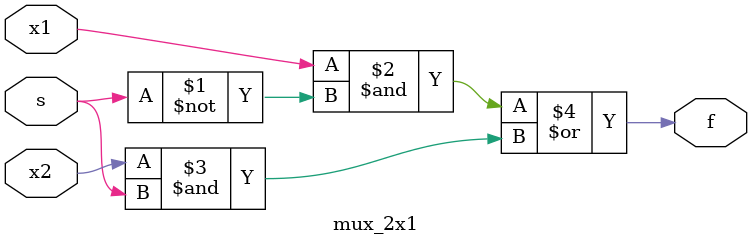
<source format=v>
`timescale 1ns / 1ps


module mux_2x1(
input x1,x2, s,
output f);
assign f = (x1 & ~s) | ( x2 & s);

endmodule

</source>
